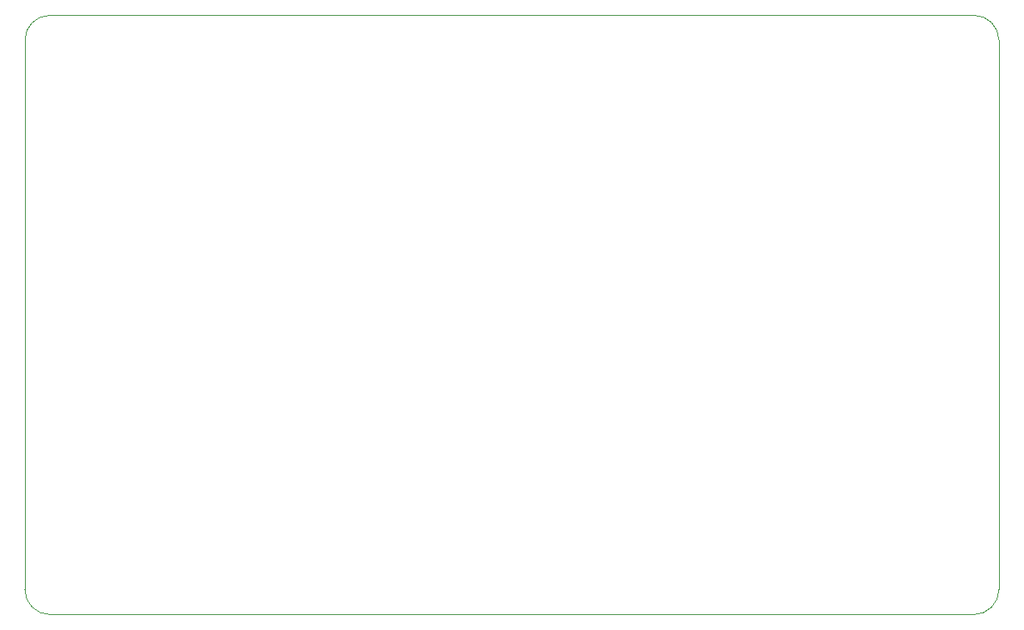
<source format=gbr>
%TF.GenerationSoftware,KiCad,Pcbnew,(6.0.2-0)*%
%TF.CreationDate,2022-05-18T10:29:49+02:00*%
%TF.ProjectId,Huge-Stepper-Driver,48756765-2d53-4746-9570-7065722d4472,rev?*%
%TF.SameCoordinates,Original*%
%TF.FileFunction,Profile,NP*%
%FSLAX46Y46*%
G04 Gerber Fmt 4.6, Leading zero omitted, Abs format (unit mm)*
G04 Created by KiCad (PCBNEW (6.0.2-0)) date 2022-05-18 10:29:49*
%MOMM*%
%LPD*%
G01*
G04 APERTURE LIST*
%TA.AperFunction,Profile*%
%ADD10C,0.100000*%
%TD*%
G04 APERTURE END LIST*
D10*
X189060000Y-78540000D02*
X189060000Y-134420000D01*
X186520000Y-136960000D02*
G75*
G03*
X189060000Y-134420000I47J2539953D01*
G01*
X92540000Y-76000000D02*
X186520000Y-76000000D01*
X189060000Y-78540000D02*
G75*
G03*
X186520000Y-76000000I-2539885J115D01*
G01*
X90000000Y-134420000D02*
G75*
G03*
X92540000Y-136960000I2540117J117D01*
G01*
X90000000Y-134420000D02*
X90000000Y-78540000D01*
X186520000Y-136960000D02*
X92540000Y-136960000D01*
X92540000Y-76000000D02*
G75*
G03*
X90000000Y-78540000I-3J-2539997D01*
G01*
M02*

</source>
